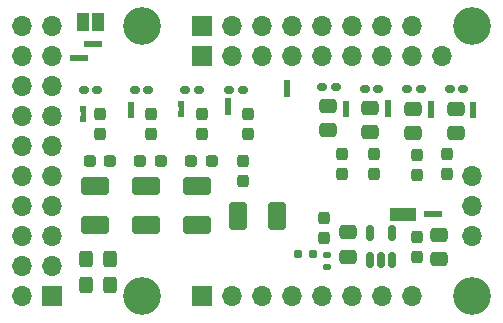
<source format=gbr>
%TF.GenerationSoftware,KiCad,Pcbnew,8.0.7*%
%TF.CreationDate,2025-04-21T06:01:31-04:00*%
%TF.ProjectId,tac5212_audio_board_single_ended,74616335-3231-4325-9f61-7564696f5f62,rev?*%
%TF.SameCoordinates,Original*%
%TF.FileFunction,Soldermask,Bot*%
%TF.FilePolarity,Negative*%
%FSLAX46Y46*%
G04 Gerber Fmt 4.6, Leading zero omitted, Abs format (unit mm)*
G04 Created by KiCad (PCBNEW 8.0.7) date 2025-04-21 06:01:31*
%MOMM*%
%LPD*%
G01*
G04 APERTURE LIST*
G04 Aperture macros list*
%AMRoundRect*
0 Rectangle with rounded corners*
0 $1 Rounding radius*
0 $2 $3 $4 $5 $6 $7 $8 $9 X,Y pos of 4 corners*
0 Add a 4 corners polygon primitive as box body*
4,1,4,$2,$3,$4,$5,$6,$7,$8,$9,$2,$3,0*
0 Add four circle primitives for the rounded corners*
1,1,$1+$1,$2,$3*
1,1,$1+$1,$4,$5*
1,1,$1+$1,$6,$7*
1,1,$1+$1,$8,$9*
0 Add four rect primitives between the rounded corners*
20,1,$1+$1,$2,$3,$4,$5,0*
20,1,$1+$1,$4,$5,$6,$7,0*
20,1,$1+$1,$6,$7,$8,$9,0*
20,1,$1+$1,$8,$9,$2,$3,0*%
G04 Aperture macros list end*
%ADD10C,0.010000*%
%ADD11C,0.000000*%
%ADD12R,1.700000X1.700000*%
%ADD13O,1.700000X1.700000*%
%ADD14C,3.200000*%
%ADD15RoundRect,0.250000X0.475000X-0.337500X0.475000X0.337500X-0.475000X0.337500X-0.475000X-0.337500X0*%
%ADD16RoundRect,0.237500X-0.237500X0.300000X-0.237500X-0.300000X0.237500X-0.300000X0.237500X0.300000X0*%
%ADD17R,0.500000X0.500000*%
%ADD18R,0.500000X0.550000*%
%ADD19RoundRect,0.160000X0.222500X0.160000X-0.222500X0.160000X-0.222500X-0.160000X0.222500X-0.160000X0*%
%ADD20RoundRect,0.237500X-0.287500X-0.237500X0.287500X-0.237500X0.287500X0.237500X-0.287500X0.237500X0*%
%ADD21RoundRect,0.237500X0.237500X-0.300000X0.237500X0.300000X-0.237500X0.300000X-0.237500X-0.300000X0*%
%ADD22RoundRect,0.135000X0.185000X-0.135000X0.185000X0.135000X-0.185000X0.135000X-0.185000X-0.135000X0*%
%ADD23RoundRect,0.250000X-0.325000X-0.450000X0.325000X-0.450000X0.325000X0.450000X-0.325000X0.450000X0*%
%ADD24RoundRect,0.250000X0.325000X0.450000X-0.325000X0.450000X-0.325000X-0.450000X0.325000X-0.450000X0*%
%ADD25R,0.508000X0.500000*%
%ADD26R,0.508000X0.508000*%
%ADD27RoundRect,0.250001X0.924999X-0.499999X0.924999X0.499999X-0.924999X0.499999X-0.924999X-0.499999X0*%
%ADD28RoundRect,0.250000X-0.475000X0.337500X-0.475000X-0.337500X0.475000X-0.337500X0.475000X0.337500X0*%
%ADD29R,0.500000X0.508000*%
%ADD30R,1.000000X1.500000*%
%ADD31RoundRect,0.250001X-0.499999X-0.924999X0.499999X-0.924999X0.499999X0.924999X-0.499999X0.924999X0*%
%ADD32RoundRect,0.237500X0.287500X0.237500X-0.287500X0.237500X-0.287500X-0.237500X0.287500X-0.237500X0*%
%ADD33RoundRect,0.160000X-0.222500X-0.160000X0.222500X-0.160000X0.222500X0.160000X-0.222500X0.160000X0*%
%ADD34RoundRect,0.150000X0.150000X-0.512500X0.150000X0.512500X-0.150000X0.512500X-0.150000X-0.512500X0*%
%ADD35RoundRect,0.160000X0.197500X0.160000X-0.197500X0.160000X-0.197500X-0.160000X0.197500X-0.160000X0*%
%ADD36RoundRect,0.237500X-0.237500X0.287500X-0.237500X-0.287500X0.237500X-0.287500X0.237500X0.287500X0*%
G04 APERTURE END LIST*
%TO.C,OP2*%
G36*
X100050000Y-106575000D02*
G01*
X100550000Y-106575000D01*
X100550000Y-107425000D01*
X100050000Y-107425000D01*
X100050000Y-106575000D01*
G37*
%TO.C,INP2*%
G36*
X121150000Y-106585000D02*
G01*
X121650000Y-106585000D01*
X121650000Y-107435000D01*
X121150000Y-107435000D01*
X121150000Y-106585000D01*
G37*
%TO.C,GND108*%
G36*
X108946000Y-104754000D02*
G01*
X109454000Y-104754000D01*
X109454000Y-105254000D01*
X108946000Y-105254000D01*
X108946000Y-104754000D01*
G37*
%TO.C,INM2*%
G36*
X124750000Y-106632500D02*
G01*
X125250000Y-106632500D01*
X125250000Y-107482500D01*
X124750000Y-107482500D01*
X124750000Y-106632500D01*
G37*
%TO.C,OM2*%
G36*
X103950000Y-106350000D02*
G01*
X104450000Y-106350000D01*
X104450000Y-107200000D01*
X103950000Y-107200000D01*
X103950000Y-106350000D01*
G37*
D10*
%TO.C,3V108*%
X120050001Y-116100000D02*
X117940000Y-116100000D01*
X117940000Y-115100000D01*
X120050001Y-115100000D01*
X120050001Y-116100000D01*
G36*
X120050001Y-116100000D02*
G01*
X117940000Y-116100000D01*
X117940000Y-115100000D01*
X120050001Y-115100000D01*
X120050001Y-116100000D01*
G37*
%TO.C,SDA108*%
G36*
X91346000Y-102654000D02*
G01*
X91846000Y-102654000D01*
X91846000Y-102146000D01*
X91346000Y-102146000D01*
X91346000Y-102654000D01*
G37*
%TO.C,SCL108*%
G36*
X92546000Y-101454000D02*
G01*
X93046000Y-101454000D01*
X93046000Y-100946000D01*
X92546000Y-100946000D01*
X92546000Y-101454000D01*
G37*
%TO.C,OP1*%
G36*
X95750000Y-106650000D02*
G01*
X96250000Y-106650000D01*
X96250000Y-107500000D01*
X95750000Y-107500000D01*
X95750000Y-106650000D01*
G37*
%TO.C,INM1*%
G36*
X117550000Y-106512500D02*
G01*
X118050000Y-106512500D01*
X118050000Y-107362500D01*
X117550000Y-107362500D01*
X117550000Y-106512500D01*
G37*
D11*
%TO.C,G119*%
G36*
X121854000Y-115854000D02*
G01*
X121354000Y-115854000D01*
X121354000Y-115346000D01*
X121854000Y-115346000D01*
X121854000Y-115854000D01*
G37*
%TO.C,OM1*%
G36*
X92250000Y-107350000D02*
G01*
X91750000Y-107350000D01*
X91750000Y-106475000D01*
X92250000Y-106475000D01*
X92250000Y-107350000D01*
G37*
%TO.C,INP1*%
G36*
X113950000Y-106575000D02*
G01*
X114450000Y-106575000D01*
X114450000Y-107425000D01*
X113950000Y-107425000D01*
X113950000Y-106575000D01*
G37*
%TD*%
D12*
%TO.C,board_outline108*%
X89337500Y-122600000D03*
D13*
X86797500Y-122600000D03*
X89337500Y-120060000D03*
X86797500Y-120060000D03*
X89337500Y-117520000D03*
X86797500Y-117520000D03*
X89337500Y-114980000D03*
X86797500Y-114980000D03*
X89337500Y-112440000D03*
X86797500Y-112440000D03*
X89337500Y-109900000D03*
X86797500Y-109900000D03*
X89337500Y-107360000D03*
X86797500Y-107360000D03*
X89337500Y-104820000D03*
X86797500Y-104820000D03*
X89337500Y-102280000D03*
X86797500Y-102280000D03*
X89337500Y-99740000D03*
X86797500Y-99740000D03*
D12*
X102047500Y-102285000D03*
X102047500Y-99745000D03*
D13*
X104587500Y-102285000D03*
X104587500Y-99745000D03*
X107127500Y-102285000D03*
X107127500Y-99745000D03*
X109667500Y-102285000D03*
X109667500Y-99745000D03*
X112207500Y-102285000D03*
X112207500Y-99745000D03*
X114747500Y-102285000D03*
X114747500Y-99745000D03*
X117287500Y-102285000D03*
X117287500Y-99745000D03*
X119827500Y-102285000D03*
X119827500Y-99745000D03*
D12*
X102047500Y-122605000D03*
D13*
X104587500Y-122605000D03*
X107127500Y-122605000D03*
X109667500Y-122605000D03*
X112207500Y-122605000D03*
X114747500Y-122605000D03*
X117287500Y-122605000D03*
X119827500Y-122605000D03*
X124892500Y-117525000D03*
X124892500Y-114985000D03*
X124892500Y-112445000D03*
X122352500Y-102285000D03*
D14*
X96952500Y-99745000D03*
X124892500Y-99745000D03*
X96952500Y-122605000D03*
X124892500Y-122605000D03*
%TD*%
D15*
%TO.C,T\u002AC108*%
X122134314Y-119475000D03*
X122134314Y-117400000D03*
%TD*%
D16*
%TO.C,C127*%
X113900000Y-110537500D03*
X113900000Y-112262500D03*
%TD*%
D17*
%TO.C,OP2*%
X100300000Y-106325000D03*
D18*
X100300000Y-107200000D03*
%TD*%
D19*
%TO.C,D111*%
X104327500Y-105100000D03*
X105472500Y-105100000D03*
%TD*%
D20*
%TO.C,R108*%
X96825000Y-111100000D03*
X98575000Y-111100000D03*
%TD*%
D17*
%TO.C,INP2*%
X121400000Y-106335000D03*
D18*
X121400000Y-107210000D03*
%TD*%
D21*
%TO.C,T\u002AC109*%
X120200000Y-119300000D03*
X120200000Y-117575000D03*
%TD*%
D22*
%TO.C,R128*%
X112600000Y-120109999D03*
X112600000Y-119090001D03*
%TD*%
D16*
%TO.C,C124*%
X122800000Y-110537500D03*
X122800000Y-112262500D03*
%TD*%
D23*
%TO.C,C131*%
X92175001Y-121600000D03*
X94224999Y-121600000D03*
%TD*%
D24*
%TO.C,C130*%
X94225000Y-119400000D03*
X92175000Y-119400000D03*
%TD*%
D25*
%TO.C,GND108*%
X109200000Y-105504000D03*
D26*
X109200000Y-104500000D03*
%TD*%
D16*
%TO.C,C125*%
X120200000Y-110637500D03*
X120200000Y-112362500D03*
%TD*%
D17*
%TO.C,INM2*%
X125000000Y-106382500D03*
D18*
X125000000Y-107257500D03*
%TD*%
D27*
%TO.C,C114*%
X93000000Y-116525000D03*
X93000000Y-113275000D03*
%TD*%
D28*
%TO.C,T\u002AC110*%
X114400000Y-117162500D03*
X114400000Y-119237500D03*
%TD*%
D17*
%TO.C,OM2*%
X104200000Y-106100000D03*
D18*
X104200000Y-106975000D03*
%TD*%
D29*
%TO.C,SDA108*%
X91096000Y-102400000D03*
D26*
X92100000Y-102400000D03*
%TD*%
D30*
%TO.C,MCLK108*%
X91950000Y-99400000D03*
X93250000Y-99400000D03*
%TD*%
D31*
%TO.C,C122*%
X105100001Y-115800000D03*
X108350001Y-115800000D03*
%TD*%
D29*
%TO.C,SCL108*%
X92296000Y-101200000D03*
D26*
X93300000Y-101200000D03*
%TD*%
D32*
%TO.C,R109*%
X94275000Y-111100000D03*
X92525000Y-111100000D03*
%TD*%
D33*
%TO.C,D113*%
X120572500Y-105035000D03*
X119427500Y-105035000D03*
%TD*%
D28*
%TO.C,FB110*%
X116300000Y-106625000D03*
X116300000Y-108700000D03*
%TD*%
%TO.C,FB111*%
X112700000Y-106462500D03*
X112700000Y-108537500D03*
%TD*%
D20*
%TO.C,R111*%
X101125000Y-111100000D03*
X102875000Y-111100000D03*
%TD*%
D33*
%TO.C,D112*%
X124172500Y-105082500D03*
X123027500Y-105082500D03*
%TD*%
D21*
%TO.C,C123*%
X105900000Y-108862500D03*
X105900000Y-107137500D03*
%TD*%
D34*
%TO.C,U109*%
X118161813Y-119552500D03*
X117211814Y-119552500D03*
X116261815Y-119552500D03*
X116261815Y-117277500D03*
X118161813Y-117277500D03*
%TD*%
D19*
%TO.C,D108*%
X96327500Y-105100000D03*
X97472500Y-105100000D03*
%TD*%
D21*
%TO.C,C113*%
X97700000Y-108862500D03*
X97700000Y-107137500D03*
%TD*%
D16*
%TO.C,C126*%
X116600000Y-110537500D03*
X116600000Y-112262500D03*
%TD*%
D19*
%TO.C,D110*%
X100627500Y-105100000D03*
X101772500Y-105100000D03*
%TD*%
D27*
%TO.C,C110*%
X97300000Y-116525000D03*
X97300000Y-113275000D03*
%TD*%
D19*
%TO.C,D109*%
X92027500Y-105100000D03*
X93172500Y-105100000D03*
%TD*%
D35*
%TO.C,SCL109*%
X111397500Y-119000000D03*
X110202500Y-119000000D03*
%TD*%
D21*
%TO.C,C121*%
X102000000Y-108862500D03*
X102000000Y-107137500D03*
%TD*%
D27*
%TO.C,C120*%
X101600000Y-116525000D03*
X101600000Y-113275000D03*
%TD*%
D33*
%TO.C,D114*%
X116972500Y-105035000D03*
X115827500Y-105035000D03*
%TD*%
D17*
%TO.C,OP1*%
X96000000Y-106400000D03*
D18*
X96000000Y-107275000D03*
%TD*%
D36*
%TO.C,R116*%
X105500000Y-111125000D03*
X105500000Y-112875000D03*
%TD*%
D17*
%TO.C,INM1*%
X117800000Y-106262500D03*
D18*
X117800000Y-107137500D03*
%TD*%
D28*
%TO.C,FB109*%
X119900000Y-106697500D03*
X119900000Y-108772500D03*
%TD*%
D29*
%TO.C,G119*%
X122104000Y-115600000D03*
D26*
X121100001Y-115600000D03*
%TD*%
D28*
%TO.C,FB108*%
X123500000Y-106735000D03*
X123500000Y-108810000D03*
%TD*%
D33*
%TO.C,D115*%
X113372500Y-104900000D03*
X112227500Y-104900000D03*
%TD*%
D16*
%TO.C,C129*%
X112349617Y-115925581D03*
X112349617Y-117650583D03*
%TD*%
D17*
%TO.C,OM1*%
X92000000Y-107600000D03*
X92000000Y-106750000D03*
%TD*%
D21*
%TO.C,C117*%
X93400000Y-108862500D03*
X93400000Y-107137500D03*
%TD*%
D17*
%TO.C,INP1*%
X114200000Y-106325000D03*
D18*
X114200000Y-107200000D03*
%TD*%
M02*

</source>
